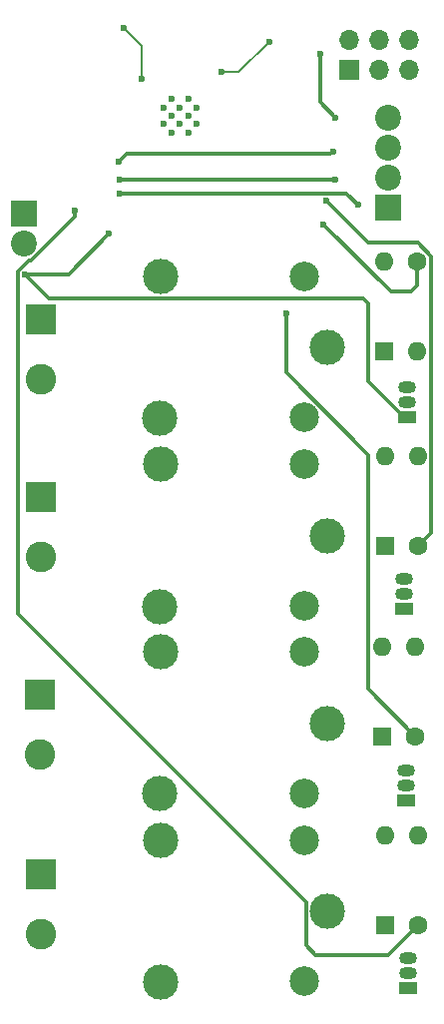
<source format=gbr>
%TF.GenerationSoftware,KiCad,Pcbnew,8.0.7*%
%TF.CreationDate,2025-05-26T13:39:25+05:30*%
%TF.ProjectId,smart_board,736d6172-745f-4626-9f61-72642e6b6963,rev?*%
%TF.SameCoordinates,Original*%
%TF.FileFunction,Copper,L2,Bot*%
%TF.FilePolarity,Positive*%
%FSLAX46Y46*%
G04 Gerber Fmt 4.6, Leading zero omitted, Abs format (unit mm)*
G04 Created by KiCad (PCBNEW 8.0.7) date 2025-05-26 13:39:25*
%MOMM*%
%LPD*%
G01*
G04 APERTURE LIST*
%TA.AperFunction,ComponentPad*%
%ADD10R,1.500000X1.050000*%
%TD*%
%TA.AperFunction,ComponentPad*%
%ADD11O,1.500000X1.050000*%
%TD*%
%TA.AperFunction,ComponentPad*%
%ADD12C,1.600000*%
%TD*%
%TA.AperFunction,ComponentPad*%
%ADD13O,1.600000X1.600000*%
%TD*%
%TA.AperFunction,ComponentPad*%
%ADD14C,2.500000*%
%TD*%
%TA.AperFunction,ComponentPad*%
%ADD15C,3.000000*%
%TD*%
%TA.AperFunction,ComponentPad*%
%ADD16R,2.600000X2.600000*%
%TD*%
%TA.AperFunction,ComponentPad*%
%ADD17C,2.600000*%
%TD*%
%TA.AperFunction,ComponentPad*%
%ADD18R,1.600000X1.600000*%
%TD*%
%TA.AperFunction,HeatsinkPad*%
%ADD19C,0.600000*%
%TD*%
%TA.AperFunction,ComponentPad*%
%ADD20R,2.200000X2.200000*%
%TD*%
%TA.AperFunction,ComponentPad*%
%ADD21C,2.200000*%
%TD*%
%TA.AperFunction,ComponentPad*%
%ADD22R,1.700000X1.700000*%
%TD*%
%TA.AperFunction,ComponentPad*%
%ADD23O,1.700000X1.700000*%
%TD*%
%TA.AperFunction,ViaPad*%
%ADD24C,0.600000*%
%TD*%
%TA.AperFunction,Conductor*%
%ADD25C,0.300000*%
%TD*%
%TA.AperFunction,Conductor*%
%ADD26C,0.200000*%
%TD*%
G04 APERTURE END LIST*
D10*
%TO.P,T4,1,E*%
%TO.N,PS_GND*%
X100600000Y-139400000D03*
D11*
%TO.P,T4,2,B*%
%TO.N,Net-(T4-B)*%
X100600000Y-138130000D03*
%TO.P,T4,3,C*%
%TO.N,Net-(D4-A)*%
X100600000Y-136860000D03*
%TD*%
D10*
%TO.P,T3,1,E*%
%TO.N,PS_GND*%
X100360000Y-123470000D03*
D11*
%TO.P,T3,2,B*%
%TO.N,Net-(T3-B)*%
X100360000Y-122200000D03*
%TO.P,T3,3,C*%
%TO.N,Net-(D3-A)*%
X100360000Y-120930000D03*
%TD*%
D10*
%TO.P,T2,1,E*%
%TO.N,PS_GND*%
X100200000Y-107240000D03*
D11*
%TO.P,T2,2,B*%
%TO.N,Net-(T2-B)*%
X100200000Y-105970000D03*
%TO.P,T2,3,C*%
%TO.N,Net-(D1-A)*%
X100200000Y-104700000D03*
%TD*%
D12*
%TO.P,R4,1*%
%TO.N,/RelayCircuit4/ACT-X*%
X101400000Y-134010000D03*
D13*
%TO.P,R4,2*%
%TO.N,Net-(T4-B)*%
X101400000Y-126390000D03*
%TD*%
D12*
%TO.P,R3,1*%
%TO.N,/RelayCircuit3/ACT-X*%
X101200000Y-118020000D03*
D13*
%TO.P,R3,2*%
%TO.N,Net-(T3-B)*%
X101200000Y-110400000D03*
%TD*%
D12*
%TO.P,R2,1*%
%TO.N,/RelayCircuit2/ACT-X*%
X101400000Y-101900000D03*
D13*
%TO.P,R2,2*%
%TO.N,Net-(T2-B)*%
X101400000Y-94280000D03*
%TD*%
D14*
%TO.P,K4,5*%
%TO.N,PS +5V*%
X91800000Y-138800000D03*
D15*
%TO.P,K4,4*%
%TO.N,Net-(J7-Pin_2)*%
X79550000Y-138850000D03*
%TO.P,K4,3*%
%TO.N,unconnected-(K4-Pad3)*%
X79600000Y-126800000D03*
D14*
%TO.P,K4,2*%
%TO.N,Net-(D4-A)*%
X91800000Y-126800000D03*
D15*
%TO.P,K4,1*%
%TO.N,Net-(J7-Pin_1)*%
X93750000Y-132850000D03*
%TD*%
%TO.P,K3,1*%
%TO.N,Net-(J6-Pin_1)*%
X93700000Y-116900000D03*
D14*
%TO.P,K3,2*%
%TO.N,Net-(D3-A)*%
X91750000Y-110850000D03*
D15*
%TO.P,K3,3*%
%TO.N,unconnected-(K3-Pad3)*%
X79550000Y-110850000D03*
%TO.P,K3,4*%
%TO.N,Net-(J6-Pin_2)*%
X79500000Y-122900000D03*
D14*
%TO.P,K3,5*%
%TO.N,PS +5V*%
X91750000Y-122850000D03*
%TD*%
D15*
%TO.P,K2,1*%
%TO.N,Net-(J5-Pin_1)*%
X93700000Y-101000000D03*
D14*
%TO.P,K2,2*%
%TO.N,Net-(D1-A)*%
X91750000Y-94950000D03*
D15*
%TO.P,K2,3*%
%TO.N,unconnected-(K2-Pad3)*%
X79550000Y-94950000D03*
%TO.P,K2,4*%
%TO.N,Net-(J5-Pin_2)*%
X79500000Y-107000000D03*
D14*
%TO.P,K2,5*%
%TO.N,PS +5V*%
X91750000Y-106950000D03*
%TD*%
D16*
%TO.P,J7,1,Pin_1*%
%TO.N,Net-(J7-Pin_1)*%
X69400000Y-129700000D03*
D17*
%TO.P,J7,2,Pin_2*%
%TO.N,Net-(J7-Pin_2)*%
X69400000Y-134780000D03*
%TD*%
D16*
%TO.P,J6,1,Pin_1*%
%TO.N,Net-(J6-Pin_1)*%
X69295000Y-114455000D03*
D17*
%TO.P,J6,2,Pin_2*%
%TO.N,Net-(J6-Pin_2)*%
X69295000Y-119535000D03*
%TD*%
D16*
%TO.P,J5,1,Pin_1*%
%TO.N,Net-(J5-Pin_1)*%
X69400000Y-97720000D03*
D17*
%TO.P,J5,2,Pin_2*%
%TO.N,Net-(J5-Pin_2)*%
X69400000Y-102800000D03*
%TD*%
D18*
%TO.P,D4,1,K*%
%TO.N,PS +5V*%
X98600000Y-134020000D03*
D13*
%TO.P,D4,2,A*%
%TO.N,Net-(D4-A)*%
X98600000Y-126400000D03*
%TD*%
D18*
%TO.P,D3,1,K*%
%TO.N,PS +5V*%
X98400000Y-118020000D03*
D13*
%TO.P,D3,2,A*%
%TO.N,Net-(D3-A)*%
X98400000Y-110400000D03*
%TD*%
D18*
%TO.P,D1,1,K*%
%TO.N,PS +5V*%
X98600000Y-101900000D03*
D13*
%TO.P,D1,2,A*%
%TO.N,Net-(D1-A)*%
X98600000Y-94280000D03*
%TD*%
D19*
%TO.P,U1,39,GND*%
%TO.N,PS_GND*%
X79825000Y-64675000D03*
X79825000Y-66075000D03*
X80525000Y-63975000D03*
X80525000Y-65375000D03*
X80525000Y-66775000D03*
X81200000Y-64675000D03*
X81200000Y-66075000D03*
X81925000Y-63975000D03*
X81925000Y-65375000D03*
X81925000Y-66775000D03*
X82625000Y-64675000D03*
X82625000Y-66075000D03*
%TD*%
D20*
%TO.P,J2,1,Pin_1*%
%TO.N,SW4*%
X98850000Y-73150000D03*
D21*
%TO.P,J2,2,Pin_2*%
%TO.N,SW3*%
X98850000Y-70610000D03*
%TO.P,J2,3,Pin_3*%
%TO.N,SW2*%
X98850000Y-68070000D03*
%TO.P,J2,4,Pin_4*%
%TO.N,SW1*%
X98850000Y-65530000D03*
%TD*%
D15*
%TO.P,K1,1*%
%TO.N,Net-(J3-Pin_1)*%
X93700000Y-85025000D03*
D14*
%TO.P,K1,2*%
%TO.N,Net-(D2-A)*%
X91750000Y-78975000D03*
D15*
%TO.P,K1,3*%
%TO.N,unconnected-(K1-Pad3)*%
X79550000Y-78975000D03*
%TO.P,K1,4*%
%TO.N,Net-(J3-Pin_2)*%
X79500000Y-91025000D03*
D14*
%TO.P,K1,5*%
%TO.N,PS +5V*%
X91750000Y-90975000D03*
%TD*%
D12*
%TO.P,R1,1*%
%TO.N,/RelayCircuit1/ACT-X*%
X101360000Y-77720000D03*
D13*
%TO.P,R1,2*%
%TO.N,Net-(T1-B)*%
X101360000Y-85340000D03*
%TD*%
D18*
%TO.P,D2,1,K*%
%TO.N,PS +5V*%
X98560000Y-85315000D03*
D13*
%TO.P,D2,2,A*%
%TO.N,Net-(D2-A)*%
X98560000Y-77695000D03*
%TD*%
D10*
%TO.P,T1,1,E*%
%TO.N,PS_GND*%
X100475000Y-90925000D03*
D11*
%TO.P,T1,2,B*%
%TO.N,Net-(T1-B)*%
X100475000Y-89655000D03*
%TO.P,T1,3,C*%
%TO.N,Net-(D2-A)*%
X100475000Y-88385000D03*
%TD*%
D16*
%TO.P,J3,1,Pin_1*%
%TO.N,Net-(J3-Pin_1)*%
X69395000Y-82630000D03*
D17*
%TO.P,J3,2,Pin_2*%
%TO.N,Net-(J3-Pin_2)*%
X69395000Y-87710000D03*
%TD*%
D22*
%TO.P,J4,1,Pin_1*%
%TO.N,RX*%
X95545000Y-61515000D03*
D23*
%TO.P,J4,2,Pin_2*%
%TO.N,TX*%
X95545000Y-58975000D03*
%TO.P,J4,3,Pin_3*%
%TO.N,IN0*%
X98085000Y-61515000D03*
%TO.P,J4,4,Pin_4*%
%TO.N,EN*%
X98085000Y-58975000D03*
%TO.P,J4,5,Pin_5*%
%TO.N,3.3V*%
X100625000Y-61515000D03*
%TO.P,J4,6,Pin_6*%
%TO.N,PS_GND*%
X100625000Y-58975000D03*
%TD*%
D20*
%TO.P,J1,1,Pin_1*%
%TO.N,PS +5V*%
X67940000Y-73660000D03*
D21*
%TO.P,J1,2,Pin_2*%
%TO.N,PS_GND*%
X67940000Y-76200000D03*
%TD*%
D24*
%TO.N,/RelayCircuit1/ACT-X*%
X93400000Y-74575000D03*
%TO.N,SW4*%
X76100000Y-72000000D03*
X96300000Y-72900000D03*
%TO.N,/RelayCircuit4/ACT-X*%
X72300000Y-73400000D03*
%TO.N,/RelayCircuit3/ACT-X*%
X90200000Y-82100000D03*
%TO.N,/RelayCircuit2/ACT-X*%
X93600000Y-72600000D03*
%TO.N,SW3*%
X76100000Y-70800000D03*
X94400000Y-70800000D03*
%TO.N,SW2*%
X76000000Y-69300000D03*
X94200000Y-68400000D03*
%TO.N,SW1*%
X93100000Y-60100000D03*
X94400000Y-65500000D03*
%TO.N,PS_GND*%
X68100000Y-78850000D03*
X75175000Y-75400000D03*
X77975000Y-62250000D03*
X88800000Y-59075000D03*
X76425000Y-57900000D03*
X84725000Y-61675000D03*
%TD*%
D25*
%TO.N,/RelayCircuit1/ACT-X*%
X99125000Y-80300000D02*
X100800000Y-80300000D01*
X93400000Y-74575000D02*
X99125000Y-80300000D01*
X101360000Y-79740000D02*
X101360000Y-77720000D01*
X100800000Y-80300000D02*
X101360000Y-79740000D01*
%TO.N,SW4*%
X76150000Y-71950000D02*
X76100000Y-72000000D01*
X95350000Y-71950000D02*
X76150000Y-71950000D01*
X96300000Y-72900000D02*
X95350000Y-71950000D01*
%TO.N,PS_GND*%
X100475000Y-90925000D02*
X100250000Y-90925000D01*
X100250000Y-90925000D02*
X97225000Y-87900000D01*
X97225000Y-81305025D02*
X96744975Y-80825000D01*
X97225000Y-87900000D02*
X97225000Y-81305025D01*
X96744975Y-80825000D02*
X70075000Y-80825000D01*
X70075000Y-80825000D02*
X68100000Y-78850000D01*
%TO.N,/RelayCircuit4/ACT-X*%
X72300000Y-73900000D02*
X72300000Y-73400000D01*
X68380761Y-77650000D02*
X68550000Y-77650000D01*
X67450000Y-107633704D02*
X67450000Y-78580761D01*
X68550000Y-77650000D02*
X72300000Y-73900000D01*
X91900000Y-132083704D02*
X67450000Y-107633704D01*
X101400000Y-134010000D02*
X98860000Y-136550000D01*
X91900000Y-135744975D02*
X91900000Y-132083704D01*
X67450000Y-78580761D02*
X68380761Y-77650000D01*
X92705025Y-136550000D02*
X91900000Y-135744975D01*
X98860000Y-136550000D02*
X92705025Y-136550000D01*
%TO.N,/RelayCircuit3/ACT-X*%
X90200000Y-82100000D02*
X90200000Y-87162258D01*
X90200000Y-87162258D02*
X97175000Y-94137258D01*
X97175000Y-94137258D02*
X97175000Y-113995000D01*
X97175000Y-113995000D02*
X101200000Y-118020000D01*
%TO.N,/RelayCircuit2/ACT-X*%
X97145000Y-76145000D02*
X101411346Y-76145000D01*
X93600000Y-72600000D02*
X97145000Y-76145000D01*
X101411346Y-76145000D02*
X102550000Y-77283654D01*
X102550000Y-77283654D02*
X102550000Y-100750000D01*
X102550000Y-100750000D02*
X101400000Y-101900000D01*
%TO.N,SW3*%
X94400000Y-70800000D02*
X76100000Y-70800000D01*
%TO.N,SW2*%
X94000000Y-68600000D02*
X76700000Y-68600000D01*
X94200000Y-68400000D02*
X94000000Y-68600000D01*
X76700000Y-68600000D02*
X76000000Y-69300000D01*
%TO.N,SW1*%
X93100000Y-64200000D02*
X93100000Y-60100000D01*
X94400000Y-65500000D02*
X93100000Y-64200000D01*
D26*
%TO.N,PS_GND*%
X77975000Y-62250000D02*
X77975000Y-59450000D01*
D25*
X68100000Y-78850000D02*
X68125000Y-78825000D01*
X71750000Y-78825000D02*
X75175000Y-75400000D01*
D26*
X88800000Y-59075000D02*
X86200000Y-61675000D01*
X77975000Y-59450000D02*
X76425000Y-57900000D01*
D25*
X68125000Y-78825000D02*
X71750000Y-78825000D01*
D26*
X86200000Y-61675000D02*
X84725000Y-61675000D01*
%TD*%
M02*

</source>
